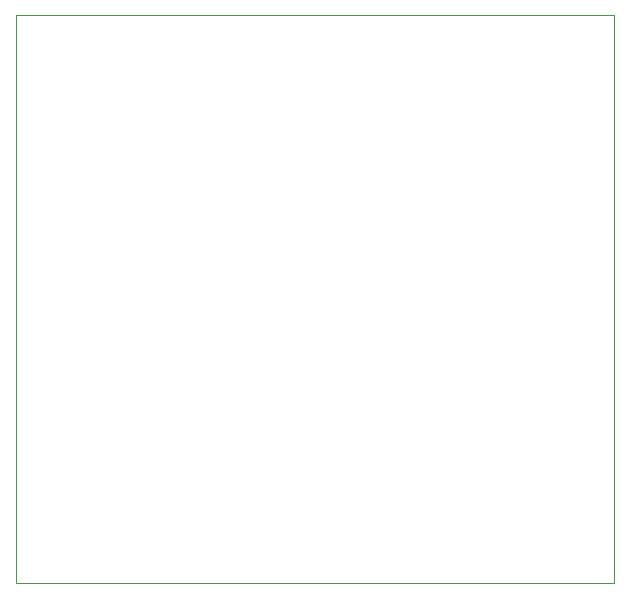
<source format=gm1>
G04 #@! TF.GenerationSoftware,KiCad,Pcbnew,(5.1.2)-1*
G04 #@! TF.CreationDate,2019-06-20T14:25:27-05:00*
G04 #@! TF.ProjectId,montaje,6d6f6e74-616a-4652-9e6b-696361645f70,rev?*
G04 #@! TF.SameCoordinates,Original*
G04 #@! TF.FileFunction,Profile,NP*
%FSLAX46Y46*%
G04 Gerber Fmt 4.6, Leading zero omitted, Abs format (unit mm)*
G04 Created by KiCad (PCBNEW (5.1.2)-1) date 2019-06-20 14:25:27*
%MOMM*%
%LPD*%
G04 APERTURE LIST*
%ADD10C,0.100000*%
G04 APERTURE END LIST*
D10*
X147066000Y-119824500D02*
X147066000Y-71691500D01*
X197739000Y-119824500D02*
X147066000Y-119824500D01*
X197739000Y-71691500D02*
X197739000Y-119824500D01*
X147066000Y-71691500D02*
X197739000Y-71691500D01*
M02*

</source>
